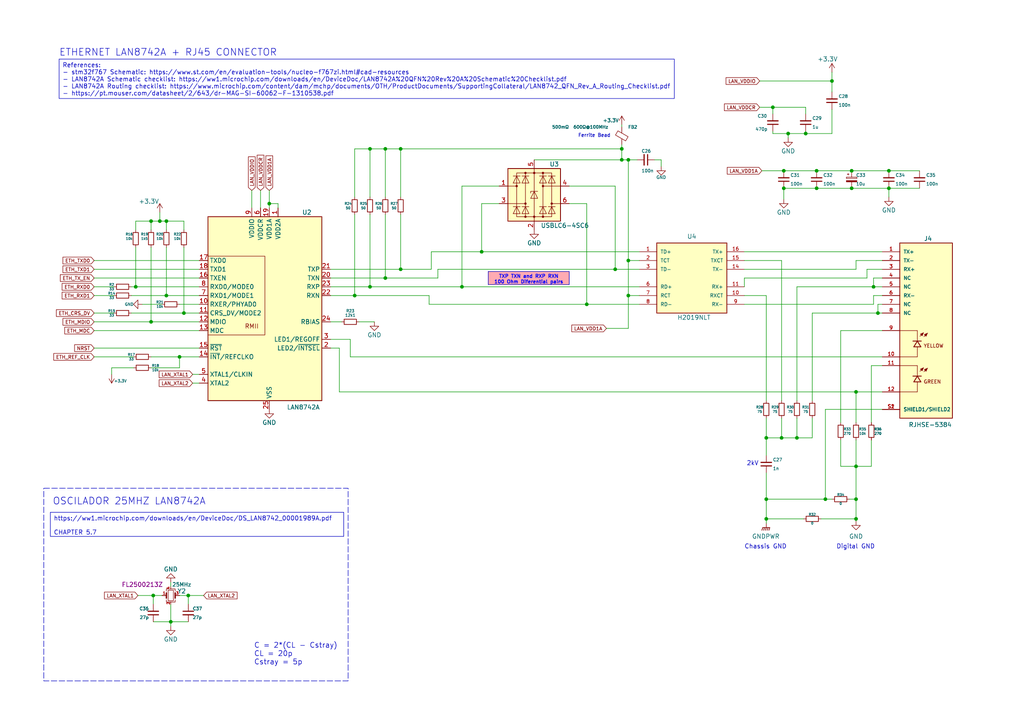
<source format=kicad_sch>
(kicad_sch (version 20250114) (generator "eeschema") (generator_version "9.0")
  (paper "A4")
  (title_block (title "STM32F7 KeyTestBox") (date "2023-08-17") (rev "V1.0") (company "Preh"))
  (lib_symbols
    (symbol "Device:C_Polarized_Small" (pin_numbers (hide yes)) (pin_names (offset 0.254) (hide yes))
      (property "Reference" "C" (at 0.254 1.778 0))
      (property "Value" "C_Polarized_Small" (at 0.254 -2.032 0))
      (symbol "C_Polarized_Small_0_1"
        (rectangle (start -1.524 0.6858) (end 1.524 0.3048))
        (rectangle (start -1.524 -0.3048) (end 1.524 -0.6858) (fill (type outline)))
        (polyline (pts (xy -1.27 1.524) (xy -0.762 1.524)))
        (polyline (pts (xy -1.016 1.27) (xy -1.016 1.778)))
      )
      (symbol "C_Polarized_Small_1_1"
        (pin passive line (at 0 2.54 270) (length 1.8542) (name "~") (number "1"))
        (pin passive line (at 0 -2.54 90) (length 1.8542) (name "~") (number "2"))
      )
    )
    (symbol "Device:C_Small" (pin_numbers (hide yes)) (pin_names (offset 0.254) (hide yes))
      (property "Reference" "C" (at 0.254 1.778 0))
      (property "Value" "C_Small" (at 0.254 -2.032 0))
      (symbol "C_Small_0_1"
        (polyline (pts (xy -1.524 0.508) (xy 1.524 0.508)) (stroke (width 0.3048)))
        (polyline (pts (xy -1.524 -0.508) (xy 1.524 -0.508)) (stroke (width 0.3302)))
      )
      (symbol "C_Small_1_1"
        (pin passive line (at 0 2.54 270) (length 2.032) (name "~") (number "1"))
        (pin passive line (at 0 -2.54 90) (length 2.032) (name "~") (number "2"))
      )
    )
    (symbol "Device:Crystal_GND24_Small" (pin_names (offset 1.016) (hide yes))
      (property "Reference" "Y" (at 1.27 4.445 0))
      (property "Value" "Crystal_GND24_Small" (at 1.27 2.54 0))
      (symbol "Crystal_GND24_Small_0_1"
        (polyline (pts (xy -1.27 1.27) (xy -1.27 1.905) (xy 1.27 1.905) (xy 1.27 1.27)))
        (polyline (pts (xy -1.27 -0.762) (xy -1.27 0.762)) (stroke (width 0.381)))
        (polyline (pts (xy -1.27 -1.27) (xy -1.27 -1.905) (xy 1.27 -1.905) (xy 1.27 -1.27)))
        (rectangle (start -0.762 -1.524) (end 0.762 1.524))
        (polyline (pts (xy 1.27 -0.762) (xy 1.27 0.762)) (stroke (width 0.381)))
      )
      (symbol "Crystal_GND24_Small_1_1"
        (pin passive line (at -2.54 0 0) (length 1.27) (name "1") (number "1"))
        (pin passive line (at 0 2.54 270) (length 0.635) (name "4") (number "4"))
        (pin passive line (at 0 -2.54 90) (length 0.635) (name "2") (number "2"))
        (pin passive line (at 2.54 0 180) (length 1.27) (name "3") (number "3"))
      )
    )
    (symbol "Device:FerriteBead_Small" (pin_numbers (hide yes)) (pin_names (offset 0))
      (property "Reference" "FB" (at 1.905 1.27 0))
      (property "Value" "FerriteBead_Small" (at 1.905 -1.27 0))
      (symbol "FerriteBead_Small_0_1"
        (polyline (pts (xy -1.8288 0.2794) (xy -1.1176 1.4986) (xy 1.8288 -0.2032) (xy 1.1176 -1.4224) (xy -1.8288 0.2794)))
        (polyline (pts (xy 0 0.889) (xy 0 1.2954)))
        (polyline (pts (xy 0 -1.27) (xy 0 -0.7874)))
      )
      (symbol "FerriteBead_Small_1_1"
        (pin passive line (at 0 2.54 270) (length 1.27) (name "~") (number "1"))
        (pin passive line (at 0 -2.54 90) (length 1.27) (name "~") (number "2"))
      )
    )
    (symbol "Device:R_Small" (pin_numbers (hide yes)) (pin_names (offset 0.254) (hide yes))
      (property "Reference" "R" (at 0.762 0.508 0))
      (property "Value" "R_Small" (at 0.762 -1.016 0))
      (symbol "R_Small_0_1"
        (rectangle (start -0.762 1.778) (end 0.762 -1.778) (stroke (width 0.2032)))
      )
      (symbol "R_Small_1_1"
        (pin passive line (at 0 2.54 270) (length 0.762) (name "~") (number "1"))
        (pin passive line (at 0 -2.54 90) (length 0.762) (name "~") (number "2"))
      )
    )
    (symbol "ETH_RJ45_RJHSE-5384:RJHSE-5384" (pin_names (offset 1.016))
      (property "Reference" "J5" (at -0.635 26.67 0))
      (property "Value" "RJHSE-5384" (at -5.08 -27.305 0))
      (symbol "RJHSE-5384_0_0"
        (rectangle (start -7.62 25.4) (end 7.62 -25.4) (stroke (width 0.254)) (fill (type background)))
        (polyline (pts (xy -2.54 0) (xy -7.62 0)) (stroke (width 0.1524)))
        (polyline (pts (xy -2.54 -2.921) (xy -2.54 0)) (stroke (width 0.1524)))
        (polyline (pts (xy -2.54 -3.048) (xy -3.81 -3.048)) (stroke (width 0.254)))
        (polyline (pts (xy -2.54 -3.048) (xy -3.556 -4.699)) (stroke (width 0.254)))
        (polyline (pts (xy -2.54 -7.62) (xy -7.62 -7.62)) (stroke (width 0.1524)))
        (polyline (pts (xy -2.54 -7.62) (xy -2.54 -4.826)) (stroke (width 0.1524)))
        (polyline (pts (xy -2.54 -10.16) (xy -7.62 -10.16)) (stroke (width 0.1524)))
        (polyline (pts (xy -2.54 -13.081) (xy -2.54 -10.16)) (stroke (width 0.1524)))
        (polyline (pts (xy -2.54 -13.208) (xy -3.81 -13.208)) (stroke (width 0.254)))
        (polyline (pts (xy -2.54 -13.208) (xy -3.556 -14.859)) (stroke (width 0.254)))
        (polyline (pts (xy -2.54 -17.78) (xy -7.62 -17.78)) (stroke (width 0.1524)))
        (polyline (pts (xy -2.54 -17.78) (xy -2.54 -14.986)) (stroke (width 0.1524)))
        (polyline (pts (xy -1.778 -1.651) (xy -0.762 -0.635)) (stroke (width 0.1524)))
        (polyline (pts (xy -1.778 -11.811) (xy -0.762 -10.795)) (stroke (width 0.1524)))
        (polyline (pts (xy -1.524 -4.699) (xy -3.556 -4.699)) (stroke (width 0.254)))
        (polyline (pts (xy -1.524 -4.699) (xy -2.54 -3.048)) (stroke (width 0.254)))
        (polyline (pts (xy -1.524 -14.859) (xy -3.556 -14.859)) (stroke (width 0.254)))
        (polyline (pts (xy -1.524 -14.859) (xy -2.54 -13.208)) (stroke (width 0.254)))
        (polyline (pts (xy -1.397 -3.048) (xy -2.54 -3.048)) (stroke (width 0.254)))
        (polyline (pts (xy -1.397 -13.208) (xy -2.54 -13.208)) (stroke (width 0.254)))
        (polyline (pts (xy -0.762 -0.635) (xy -1.651 -1.016) (xy -1.143 -1.524) (xy -0.762 -0.635)) (stroke (width 0.1524)) (fill (type outline)))
        (polyline (pts (xy -0.762 -10.795) (xy -1.651 -11.176) (xy -1.143 -11.684) (xy -0.762 -10.795)) (stroke (width 0.1524)) (fill (type outline)))
        (polyline (pts (xy -0.635 -1.778) (xy 0.381 -0.762)) (stroke (width 0.1524)))
        (polyline (pts (xy -0.635 -11.938) (xy 0.381 -10.922)) (stroke (width 0.1524)))
        (polyline (pts (xy 0.381 -0.762) (xy -0.508 -1.143) (xy 0 -1.651) (xy 0.381 -0.762)) (stroke (width 0.1524)) (fill (type outline)))
        (polyline (pts (xy 0.381 -10.922) (xy -0.508 -11.303) (xy 0 -11.811) (xy 0.381 -10.922)) (stroke (width 0.1524)) (fill (type outline)))
        (text "YELLOW" (at -0.762 -3.81 0) (effects (font (size 1.016 1.016)) (justify left top)))
        (text "GREEN" (at -0.762 -14.224 0) (effects (font (size 1.016 1.016)) (justify left top)))
        (pin passive line (at -12.7 0 0) (length 5.08) (name "~") (number "9"))
        (pin passive line (at -12.7 -7.62 0) (length 5.08) (name "~") (number "10"))
        (pin passive line (at -12.7 -10.16 0) (length 5.08) (name "~") (number "11"))
        (pin passive line (at -12.7 -17.78 0) (length 5.08) (name "~") (number "12"))
        (pin passive line (at -12.7 -22.86 0) (length 5.08) (name "SHIELD") (number "S2"))
      )
      (symbol "RJHSE-5384_1_0"
        (pin passive line (at -12.7 22.86 0) (length 5.08) (name "TX+") (number "1"))
        (pin passive line (at -12.7 20.32 0) (length 5.08) (name "TX-") (number "2"))
        (pin passive line (at -12.7 17.78 0) (length 5.08) (name "RX+") (number "3"))
        (pin passive line (at -12.7 15.24 0) (length 5.08) (name "NC") (number "4"))
        (pin passive line (at -12.7 12.7 0) (length 5.08) (name "NC") (number "5"))
        (pin passive line (at -12.7 10.16 0) (length 5.08) (name "RX-") (number "6"))
        (pin passive line (at -12.7 7.62 0) (length 5.08) (name "NC") (number "7"))
        (pin passive line (at -12.7 5.08 0) (length 5.08) (name "NC") (number "8"))
        (pin passive line (at -12.7 -22.86 0) (length 5.08) (name "SHIELD1/SHIELD2") (number "S1"))
      )
    )
    (symbol "H2019NLT:H2019NLT" (pin_names (offset 1.016))
      (property "Reference" "U" (at -10.16 11.43 0))
      (property "Value" "H2019NLT" (at -10.16 -12.7 0))
      (symbol "H2019NLT_0_0"
        (rectangle (start -10.16 -10.16) (end 10.16 10.16) (stroke (width 0.254)) (fill (type background)))
        (pin passive line (at -15.24 7.62 0) (length 5.08) (name "TD+") (number "1"))
        (pin passive line (at -15.24 5.08 0) (length 5.08) (name "TCT") (number "2"))
        (pin passive line (at -15.24 2.54 0) (length 5.08) (name "TD-") (number "3"))
        (pin passive line (at -15.24 -2.54 0) (length 5.08) (name "RD+") (number "6"))
        (pin passive line (at -15.24 -5.08 0) (length 5.08) (name "RCT") (number "7"))
        (pin passive line (at -15.24 -7.62 0) (length 5.08) (name "RD-") (number "8"))
        (pin passive line (at 15.24 7.62 180) (length 5.08) (name "TX+") (number "16"))
        (pin passive line (at 15.24 5.08 180) (length 5.08) (name "TXCT") (number "15"))
        (pin passive line (at 15.24 2.54 180) (length 5.08) (name "TX-") (number "14"))
        (pin passive line (at 15.24 -2.54 180) (length 5.08) (name "RX+") (number "11"))
        (pin passive line (at 15.24 -5.08 180) (length 5.08) (name "RXCT") (number "10"))
        (pin passive line (at 15.24 -7.62 180) (length 5.08) (name "RX-") (number "9"))
      )
    )
    (symbol "Interface_Ethernet:LAN8742A"
      (property "Reference" "U" (at -13.97 29.21 0))
      (property "Value" "LAN8742A" (at 15.24 29.21 0))
      (symbol "LAN8742A_0_0"
        (text "RMII" (at -5.08 -3.81 0) (effects (font (size 1.27 1.27))))
      )
      (symbol "LAN8742A_0_1"
        (rectangle (start -17.78 27.94) (end 15.24 -25.4) (stroke (width 0.254)) (fill (type background)))
        (polyline (pts (xy -17.78 -6.35) (xy -1.27 -6.35) (xy -1.27 16.51) (xy -17.78 16.51)))
      )
      (symbol "LAN8742A_1_1"
        (pin input line (at -20.32 15.24 0) (length 2.54) (name "TXD0") (number "17"))
        (pin input line (at -20.32 12.7 0) (length 2.54) (name "TXD1") (number "18"))
        (pin input line (at -20.32 10.16 0) (length 2.54) (name "TXEN") (number "16"))
        (pin bidirectional line (at -20.32 7.62 0) (length 2.54) (name "RXD0/MODE0") (number "8"))
        (pin bidirectional line (at -20.32 5.08 0) (length 2.54) (name "RXD1/MODE1") (number "7"))
        (pin output line (at -20.32 2.54 0) (length 2.54) (name "RXER/PHYAD0") (number "10"))
        (pin bidirectional line (at -20.32 0 0) (length 2.54) (name "CRS_DV/MODE2") (number "11"))
        (pin bidirectional line (at -20.32 -2.54 0) (length 2.54) (name "MDIO") (number "12"))
        (pin input line (at -20.32 -5.08 0) (length 2.54) (name "MDC") (number "13"))
        (pin input line (at -20.32 -10.16 0) (length 2.54) (name "~{RST}") (number "15"))
        (pin output line (at -20.32 -12.7 0) (length 2.54) (name "~{INT}/REFCLKO") (number "14"))
        (pin input line (at -20.32 -17.78 0) (length 2.54) (name "XTAL1/CLKIN") (number "5"))
        (pin output line (at -20.32 -20.32 0) (length 2.54) (name "XTAL2") (number "4"))
        (pin power_in line (at -5.08 30.48 270) (length 2.54) (name "VDDIO") (number "9"))
        (pin power_in line (at -2.54 30.48 270) (length 2.54) (name "VDDCR") (number "6"))
        (pin power_in line (at 0 30.48 270) (length 2.54) (name "VDD1A") (number "19"))
        (pin power_in line (at 0 -27.94 90) (length 2.54) (name "VSS") (number "25"))
        (pin power_in line (at 2.54 30.48 270) (length 2.54) (name "VDD2A") (number "1"))
        (pin passive line (at 17.78 12.7 180) (length 2.54) (name "TXP") (number "21"))
        (pin passive line (at 17.78 10.16 180) (length 2.54) (name "TXN") (number "20"))
        (pin passive line (at 17.78 7.62 180) (length 2.54) (name "RXP") (number "23"))
        (pin passive line (at 17.78 5.08 180) (length 2.54) (name "RXN") (number "22"))
        (pin passive line (at 17.78 -2.54 180) (length 2.54) (name "RBIAS") (number "24"))
        (pin bidirectional line (at 17.78 -7.62 180) (length 2.54) (name "LED1/REGOFF") (number "3"))
        (pin bidirectional line (at 17.78 -10.16 180) (length 2.54) (name "LED2/~{INTSEL}") (number "2"))
      )
    )
    (symbol "Power_Protection:USBLC6-4SC6" (pin_names (hide yes))
      (property "Reference" "U" (at 2.54 8.89 0))
      (property "Value" "USBLC6-4SC6" (at 2.54 -8.89 0))
      (symbol "USBLC6-4SC6_0_1"
        (rectangle (start -7.62 -7.62) (end 7.62 7.62) (stroke (width 0.254)) (fill (type background)))
        (polyline (pts (xy -6.096 3.429) (xy -4.064 3.429) (xy -5.08 5.461) (xy -6.096 3.429)))
        (polyline (pts (xy -6.096 -5.461) (xy -4.064 -5.461) (xy -5.08 -3.429) (xy -6.096 -5.461)))
        (circle (center -5.08 2.54) (radius 0.254) (fill (type outline)))
        (polyline (pts (xy -5.08 2.54) (xy -7.62 2.54)))
        (polyline (pts (xy -4.064 5.461) (xy -6.096 5.461)))
        (polyline (pts (xy -4.064 -3.429) (xy -6.096 -3.429)))
        (polyline (pts (xy -3.556 3.429) (xy -1.524 3.429) (xy -2.54 5.461) (xy -3.556 3.429)))
        (polyline (pts (xy -3.556 -5.461) (xy -1.524 -5.461) (xy -2.54 -3.429) (xy -3.556 -5.461)))
        (circle (center -2.54 6.35) (radius 0.254) (fill (type outline)))
        (rectangle (start -2.54 6.35) (end 2.54 -6.35))
        (polyline (pts (xy -2.54 6.35) (xy -5.08 6.35) (xy -5.08 -6.35) (xy -2.54 -6.35)))
        (circle (center -2.54 -2.54) (radius 0.254) (fill (type outline)))
        (polyline (pts (xy -2.54 -2.54) (xy -7.62 -2.54)))
        (circle (center -2.54 -6.35) (radius 0.254) (fill (type outline)))
        (polyline (pts (xy -1.524 5.461) (xy -3.556 5.461)))
        (polyline (pts (xy -1.524 -3.429) (xy -3.556 -3.429)))
        (polyline (pts (xy -1.016 -1.016) (xy 1.016 -1.016) (xy 0 1.016) (xy -1.016 -1.016)))
        (circle (center 0 6.35) (radius 0.254) (fill (type outline)))
        (polyline (pts (xy 0 6.35) (xy 0 7.62)))
        (polyline (pts (xy 0 1.27) (xy 0 6.35)))
        (polyline (pts (xy 0 -6.35) (xy 0 1.27)))
        (circle (center 0 -6.35) (radius 0.254) (fill (type outline)))
        (polyline (pts (xy 0 -7.62) (xy 0 -6.35)))
        (polyline (pts (xy 1.016 1.016) (xy 0.762 1.016) (xy -1.016 1.016) (xy -1.016 0.508)))
        (polyline (pts (xy 1.524 5.461) (xy 3.556 5.461)))
        (polyline (pts (xy 1.524 -3.429) (xy 3.556 -3.429)))
        (polyline (pts (xy 2.54 6.35) (xy 5.08 6.35) (xy 5.08 -6.35) (xy 2.54 -6.35)))
        (circle (center 2.54 6.35) (radius 0.254) (fill (type outline)))
        (polyline (pts (xy 2.54 2.54) (xy 7.62 2.54)))
        (circle (center 2.54 2.54) (radius 0.254) (fill (type outline)))
        (circle (center 2.54 -6.35) (radius 0.254) (fill (type outline)))
        (polyline (pts (xy 3.556 3.429) (xy 1.524 3.429) (xy 2.54 5.461) (xy 3.556 3.429)))
        (polyline (pts (xy 3.556 -5.461) (xy 1.524 -5.461) (xy 2.54 -3.429) (xy 3.556 -5.461)))
        (polyline (pts (xy 4.064 5.461) (xy 6.096 5.461)))
        (polyline (pts (xy 4.064 -3.429) (xy 6.096 -3.429)))
        (polyline (pts (xy 5.08 -2.54) (xy 7.62 -2.54)))
        (circle (center 5.08 -2.54) (radius 0.254) (fill (type outline)))
        (polyline (pts (xy 6.096 3.429) (xy 4.064 3.429) (xy 5.08 5.461) (xy 6.096 3.429)))
        (polyline (pts (xy 6.096 -5.461) (xy 4.064 -5.461) (xy 5.08 -3.429) (xy 6.096 -5.461)))
      )
      (symbol "USBLC6-4SC6_1_1"
        (pin passive line (at -10.16 2.54 0) (length 2.54) (name "I/O1") (number "1"))
        (pin passive line (at -10.16 -2.54 0) (length 2.54) (name "I/O2") (number "3"))
        (pin passive line (at 0 10.16 270) (length 2.54) (name "VBUS") (number "5"))
        (pin passive line (at 0 -10.16 90) (length 2.54) (name "GND") (number "2"))
        (pin passive line (at 10.16 2.54 180) (length 2.54) (name "I/O3") (number "4"))
        (pin passive line (at 10.16 -2.54 180) (length 2.54) (name "I/O4") (number "6"))
      )
    )
    (symbol "power:+3.3V" (power) (pin_names (offset 0))
      (property "Value" "+3.3V" (at 0 3.556 0))
      (symbol "+3.3V_0_1"
        (polyline (pts (xy -0.762 1.27) (xy 0 2.54)))
        (polyline (pts (xy 0 2.54) (xy 0.762 1.27)))
        (polyline (pts (xy 0 0) (xy 0 2.54)))
      )
      (symbol "+3.3V_1_1"
        (pin power_in line (at 0 0 90) (length 0) (hide yes) (name "+3.3V") (number "1"))
      )
    )
    (symbol "power:GND" (power) (pin_names (offset 0))
      (property "Value" "GND" (at 0 -3.81 0))
      (symbol "GND_0_1"
        (polyline (pts (xy 0 0) (xy 0 -1.27) (xy 1.27 -1.27) (xy 0 -2.54) (xy -1.27 -1.27) (xy 0 -1.27)))
      )
      (symbol "GND_1_1"
        (pin power_in line (at 0 0 270) (length 0) (hide yes) (name "GND") (number "1"))
      )
    )
    (symbol "power:GNDPWR" (power) (pin_names (offset 0))
      (property "Value" "GNDPWR" (at 0 -3.302 0))
      (symbol "GNDPWR_0_1"
        (polyline (pts (xy -1.016 -1.27) (xy -1.27 -2.032) (xy -1.27 -2.032)) (stroke (width 0.2032)))
        (polyline (pts (xy -0.508 -1.27) (xy -0.762 -2.032) (xy -0.762 -2.032)) (stroke (width 0.2032)))
        (polyline (pts (xy 0 -1.27) (xy 0 0)))
        (polyline (pts (xy 0 -1.27) (xy -0.254 -2.032) (xy -0.254 -2.032)) (stroke (width 0.2032)))
        (polyline (pts (xy 0.508 -1.27) (xy 0.254 -2.032) (xy 0.254 -2.032)) (stroke (width 0.2032)))
        (polyline (pts (xy 1.016 -1.27) (xy -1.016 -1.27) (xy -1.016 -1.27)) (stroke (width 0.2032)))
        (polyline (pts (xy 1.016 -1.27) (xy 0.762 -2.032) (xy 0.762 -2.032) (xy 0.762 -2.032)) (stroke (width 0.2032)))
      )
      (symbol "GNDPWR_1_1"
        (pin power_in line (at 0 0 270) (length 0) (hide yes) (name "GNDPWR") (number "1"))
      )
    )
  )
  (rectangle (start 12.7 141.605) (end 100.965 197.485) (stroke (width 0) (type dash)))
  (text "Ferrite Bead" (at 167.64 40.005 0) (effects (font (size 1 1)) (justify left bottom)))
  (text "2kV" (at 216.535 135.255 0) (effects (font (size 1.27 1.27)) (justify left bottom)))
  (text "C = 2*(CL - Cstray)\nCL = 20p\nCstray = 5p\n" (at 73.66 193.04 0) (effects (font (size 1.5 1.5)) (justify left bottom)))
  (text "Chassis GND" (at 215.9 159.385 0) (effects (font (size 1.27 1.27)) (justify left bottom)))
  (text "OSCILADOR 25MHZ LAN8742A\n" (at 15.24 146.685 0) (effects (font (size 2 2)) (justify left bottom)))
  (text "ETHERNET LAN8742A + RJ45 CONNECTOR\n" (at 17.145 16.51 0) (effects (font (size 2 2)) (justify left bottom)))
  (text "Digital GND" (at 242.57 159.385 0) (effects (font (size 1.27 1.27)) (justify left bottom)))
  (text_box "References:\n- stm32f767 Schematic: https://www.st.com/en/evaluation-tools/nucleo-f767zi.html#cad-resources\n- LAN8742A Schematic checklist: https://ww1.microchip.com/downloads/en/DeviceDoc/LAN8742A%20QFN%20Rev%20A%20Schematic%20Checklist.pdf\n- LAN8742A Routing checklist: https://www.microchip.com/content/dam/mchp/documents/OTH/ProductDocuments/SupportingCollateral/LAN8742_QFN_Rev_A_Routing_Checklist.pdf\n- https://pt.mouser.com/datasheet/2/643/dr-MAG-SI-60062-F-1310538.pdf" (at 17.145 17.145 0) (size 178.435 11.43) (margins 0.9525 0.9525 0.9525 0.9525) (effects (font (size 1.27 1.27)) (justify left top)))
  (text_box "TXP TXN and RXP RXN\n100 Ohm Diferential pairs" (at 141.605 78.74 0) (size 23.495 3.81) (margins 0.75 0.75 0.75 0.75) (fill (type color) (color 255 47 64 0.4)) (effects (font (size 1 1) (thickness 0.2) (bold yes)) (justify top)))
  (text_box "https://ww1.microchip.com/downloads/en/DeviceDoc/DS_LAN8742_00001989A.pdf\n\nCHAPTER 5.7" (at 14.605 148.59 0) (size 85.09 6.985) (margins 0.9525 0.9525 0.9525 0.9525) (effects (font (size 1.27 1.27)) (justify left top)))
  (junction (at 180.34 46.355))
  (junction (at 231.14 127))
  (junction (at 46.355 64.135))
  (junction (at 107.315 43.18))
  (junction (at 239.395 144.78))
  (junction (at 236.855 54.61))
  (junction (at 248.285 113.665))
  (junction (at 170.18 88.265))
  (junction (at 44.45 172.72))
  (junction (at 222.25 127))
  (junction (at 102.87 85.725))
  (junction (at 248.285 150.495))
  (junction (at 139.7 73.025))
  (junction (at 182.245 46.355))
  (junction (at 53.34 90.805))
  (junction (at 78.105 59.055))
  (junction (at 248.285 135.255))
  (junction (at 43.815 93.345))
  (junction (at 254.635 90.805))
  (junction (at 54.61 172.72))
  (junction (at 222.25 150.495))
  (junction (at 178.435 78.105))
  (junction (at 49.53 180.34))
  (junction (at 48.26 85.725))
  (junction (at 52.07 103.505))
  (junction (at 233.68 38.735))
  (junction (at 39.37 83.185))
  (junction (at 241.3 23.495))
  (junction (at 111.76 80.645))
  (junction (at 133.985 83.185))
  (junction (at 107.315 83.185))
  (junction (at 257.81 54.61))
  (junction (at 224.155 31.115))
  (junction (at 116.205 78.105))
  (junction (at 227.33 49.53))
  (junction (at 182.245 75.565))
  (junction (at 116.205 43.18))
  (junction (at 253.365 83.185))
  (junction (at 43.815 64.135))
  (junction (at 180.34 43.18))
  (junction (at 247.015 54.61))
  (junction (at 182.245 85.725))
  (junction (at 48.26 64.135))
  (junction (at 236.855 49.53))
  (junction (at 257.81 49.53))
  (junction (at 248.285 144.78))
  (junction (at 222.25 144.78))
  (junction (at 227.33 54.61))
  (junction (at 111.76 43.18))
  (junction (at 226.695 127))
  (junction (at 228.6 38.735))
  (junction (at 247.015 49.53))
  (wire (pts (xy 49.53 180.34) (xy 54.61 180.34)))
  (wire (pts (xy 178.435 78.105) (xy 185.42 78.105)))
  (wire (pts (xy 49.53 168.91) (xy 49.53 170.18)))
  (wire (pts (xy 39.37 71.755) (xy 39.37 83.185)))
  (wire (pts (xy 75.565 55.245) (xy 75.565 60.325)))
  (wire (pts (xy 247.015 49.53) (xy 257.81 49.53)))
  (wire (pts (xy 46.355 61.595) (xy 46.355 64.135)))
  (wire (pts (xy 39.37 66.675) (xy 39.37 64.135)))
  (wire (pts (xy 32.385 108.585) (xy 32.385 106.68)))
  (wire (pts (xy 224.155 38.735) (xy 228.6 38.735)))
  (wire (pts (xy 73.025 55.245) (xy 73.025 60.325)))
  (wire (pts (xy 248.285 75.565) (xy 255.905 75.565)))
  (wire (pts (xy 231.14 83.185) (xy 253.365 83.185)))
  (wire (pts (xy 241.3 23.495) (xy 241.3 20.955)))
  (wire (pts (xy 255.905 95.885) (xy 243.84 95.885)))
  (wire (pts (xy 38.1 85.725) (xy 48.26 85.725)))
  (wire (pts (xy 233.68 31.115) (xy 233.68 33.02)))
  (wire (pts (xy 248.285 144.78) (xy 248.285 150.495)))
  (wire (pts (xy 241.3 38.735) (xy 233.68 38.735)))
  (wire (pts (xy 215.9 85.725) (xy 222.25 85.725)))
  (wire (pts (xy 248.285 78.105) (xy 248.285 75.565)))
  (wire (pts (xy 48.26 85.725) (xy 57.785 85.725)))
  (wire (pts (xy 80.645 59.055) (xy 80.645 60.325)))
  (wire (pts (xy 252.73 127.635) (xy 252.73 135.255)))
  (wire (pts (xy 239.395 144.78) (xy 241.3 144.78)))
  (wire (pts (xy 255.905 88.265) (xy 254.635 88.265)))
  (wire (pts (xy 254.635 90.805) (xy 235.585 90.805)))
  (wire (pts (xy 27.305 80.645) (xy 57.785 80.645)))
  (wire (pts (xy 27.305 95.885) (xy 57.785 95.885)))
  (wire (pts (xy 124.46 88.265) (xy 170.18 88.265)))
  (wire (pts (xy 251.46 80.645) (xy 251.46 78.105)))
  (wire (pts (xy 239.395 144.78) (xy 222.25 144.78)))
  (wire (pts (xy 48.26 64.135) (xy 48.26 66.675)))
  (wire (pts (xy 215.9 80.645) (xy 251.46 80.645)))
  (wire (pts (xy 226.695 127) (xy 231.14 127)))
  (wire (pts (xy 27.305 85.725) (xy 33.02 85.725)))
  (wire (pts (xy 95.885 85.725) (xy 102.87 85.725)))
  (wire (pts (xy 53.34 66.675) (xy 53.34 64.135)))
  (wire (pts (xy 255.905 113.665) (xy 248.285 113.665)))
  (wire (pts (xy 243.84 135.255) (xy 248.285 135.255)))
  (wire (pts (xy 222.25 144.78) (xy 222.25 150.495)))
  (wire (pts (xy 124.46 85.725) (xy 124.46 88.265)))
  (wire (pts (xy 39.37 64.135) (xy 43.815 64.135)))
  (wire (pts (xy 116.205 43.18) (xy 180.34 43.18)))
  (wire (pts (xy 220.345 31.115) (xy 224.155 31.115)))
  (wire (pts (xy 182.245 75.565) (xy 182.245 46.355)))
  (wire (pts (xy 180.34 46.355) (xy 182.245 46.355)))
  (wire (pts (xy 251.46 78.105) (xy 255.905 78.105)))
  (wire (pts (xy 41.275 88.265) (xy 46.99 88.265)))
  (wire (pts (xy 40.005 172.72) (xy 44.45 172.72)))
  (wire (pts (xy 95.885 83.185) (xy 107.315 83.185)))
  (wire (pts (xy 235.585 121.285) (xy 235.585 127)))
  (wire (pts (xy 170.18 59.055) (xy 170.18 88.265)))
  (wire (pts (xy 182.245 46.355) (xy 184.785 46.355)))
  (wire (pts (xy 32.385 106.68) (xy 38.735 106.68)))
  (wire (pts (xy 175.895 95.25) (xy 182.245 95.25)))
  (wire (pts (xy 215.9 73.025) (xy 255.905 73.025)))
  (wire (pts (xy 222.25 137.16) (xy 222.25 144.78)))
  (wire (pts (xy 180.34 46.355) (xy 180.34 43.18)))
  (wire (pts (xy 144.78 59.055) (xy 139.7 59.055)))
  (wire (pts (xy 239.395 118.745) (xy 239.395 144.78)))
  (wire (pts (xy 257.81 49.53) (xy 266.7 49.53)))
  (wire (pts (xy 241.3 23.495) (xy 241.3 26.67)))
  (wire (pts (xy 226.695 121.285) (xy 226.695 127)))
  (wire (pts (xy 27.305 103.505) (xy 38.735 103.505)))
  (wire (pts (xy 255.905 103.505) (xy 101.6 103.505)))
  (wire (pts (xy 233.68 38.735) (xy 233.68 38.1)))
  (wire (pts (xy 49.53 175.26) (xy 49.53 180.34)))
  (wire (pts (xy 231.14 121.285) (xy 231.14 127)))
  (wire (pts (xy 43.815 103.505) (xy 52.07 103.505)))
  (wire (pts (xy 144.78 53.975) (xy 133.985 53.975)))
  (wire (pts (xy 27.305 78.105) (xy 57.785 78.105)))
  (wire (pts (xy 139.7 73.025) (xy 185.42 73.025)))
  (wire (pts (xy 54.61 172.72) (xy 59.055 172.72)))
  (wire (pts (xy 39.37 83.185) (xy 38.1 83.185)))
  (wire (pts (xy 53.34 71.755) (xy 53.34 90.805)))
  (wire (pts (xy 257.81 54.61) (xy 257.81 57.15)))
  (wire (pts (xy 222.25 150.495) (xy 233.045 150.495)))
  (wire (pts (xy 52.07 103.505) (xy 57.785 103.505)))
  (wire (pts (xy 127 80.645) (xy 127 78.105)))
  (wire (pts (xy 231.14 83.185) (xy 231.14 116.205)))
  (wire (pts (xy 95.885 78.105) (xy 116.205 78.105)))
  (wire (pts (xy 46.355 64.135) (xy 48.26 64.135)))
  (wire (pts (xy 52.07 106.68) (xy 52.07 103.505)))
  (wire (pts (xy 54.61 172.72) (xy 54.61 175.26)))
  (wire (pts (xy 102.87 62.23) (xy 102.87 85.725)))
  (wire (pts (xy 191.77 46.355) (xy 189.865 46.355)))
  (wire (pts (xy 248.285 135.255) (xy 248.285 144.78)))
  (wire (pts (xy 44.45 172.72) (xy 46.99 172.72)))
  (wire (pts (xy 243.84 127.635) (xy 243.84 135.255)))
  (wire (pts (xy 78.105 55.245) (xy 78.105 59.055)))
  (wire (pts (xy 236.855 54.61) (xy 247.015 54.61)))
  (wire (pts (xy 241.3 31.75) (xy 241.3 38.735)))
  (wire (pts (xy 78.105 59.055) (xy 80.645 59.055)))
  (wire (pts (xy 215.9 75.565) (xy 226.695 75.565)))
  (wire (pts (xy 215.9 80.645) (xy 215.9 83.185)))
  (wire (pts (xy 254.635 88.265) (xy 254.635 90.805)))
  (wire (pts (xy 178.435 53.975) (xy 178.435 78.105)))
  (wire (pts (xy 43.815 71.755) (xy 43.815 93.345)))
  (wire (pts (xy 102.87 85.725) (xy 124.46 85.725)))
  (wire (pts (xy 224.155 31.115) (xy 233.68 31.115)))
  (wire (pts (xy 252.73 106.045) (xy 252.73 122.555)))
  (wire (pts (xy 255.905 80.645) (xy 253.365 80.645)))
  (wire (pts (xy 253.365 83.185) (xy 255.905 83.185)))
  (wire (pts (xy 95.885 93.345) (xy 99.06 93.345)))
  (wire (pts (xy 253.365 85.725) (xy 255.905 85.725)))
  (wire (pts (xy 248.285 135.255) (xy 252.73 135.255)))
  (wire (pts (xy 180.34 41.91) (xy 180.34 43.18)))
  (wire (pts (xy 227.33 54.61) (xy 227.33 57.785)))
  (wire (pts (xy 107.315 62.23) (xy 107.315 83.185)))
  (wire (pts (xy 107.315 43.18) (xy 102.87 43.18)))
  (wire (pts (xy 180.34 36.195) (xy 180.34 36.83)))
  (wire (pts (xy 111.76 80.645) (xy 127 80.645)))
  (wire (pts (xy 222.25 85.725) (xy 222.25 116.205)))
  (wire (pts (xy 102.87 43.18) (xy 102.87 57.15)))
  (wire (pts (xy 116.205 78.105) (xy 125.095 78.105)))
  (wire (pts (xy 78.105 59.055) (xy 78.105 60.325)))
  (wire (pts (xy 98.425 113.665) (xy 98.425 100.965)))
  (wire (pts (xy 95.885 80.645) (xy 111.76 80.645)))
  (wire (pts (xy 104.14 93.345) (xy 108.585 93.345)))
  (wire (pts (xy 116.205 62.23) (xy 116.205 78.105)))
  (wire (pts (xy 52.07 88.265) (xy 57.785 88.265)))
  (wire (pts (xy 165.1 53.975) (xy 178.435 53.975)))
  (wire (pts (xy 236.855 49.53) (xy 247.015 49.53)))
  (wire (pts (xy 139.7 73.025) (xy 125.095 73.025)))
  (wire (pts (xy 101.6 103.505) (xy 101.6 98.425)))
  (wire (pts (xy 215.9 88.265) (xy 253.365 88.265)))
  (wire (pts (xy 127 78.105) (xy 178.435 78.105)))
  (wire (pts (xy 38.1 90.805) (xy 53.34 90.805)))
  (wire (pts (xy 248.285 150.495) (xy 248.285 151.13)))
  (wire (pts (xy 255.905 118.745) (xy 239.395 118.745)))
  (wire (pts (xy 226.695 75.565) (xy 226.695 116.205)))
  (wire (pts (xy 27.305 100.965) (xy 57.785 100.965)))
  (wire (pts (xy 111.76 43.18) (xy 107.315 43.18)))
  (wire (pts (xy 98.425 100.965) (xy 95.885 100.965)))
  (wire (pts (xy 44.45 175.26) (xy 44.45 172.72)))
  (wire (pts (xy 182.245 95.25) (xy 182.245 85.725)))
  (wire (pts (xy 222.25 121.285) (xy 222.25 127)))
  (wire (pts (xy 228.6 38.735) (xy 228.6 40.005)))
  (wire (pts (xy 116.205 43.18) (xy 111.76 43.18)))
  (wire (pts (xy 253.365 80.645) (xy 253.365 83.185)))
  (wire (pts (xy 133.985 83.185) (xy 185.42 83.185)))
  (wire (pts (xy 255.905 90.805) (xy 254.635 90.805)))
  (wire (pts (xy 27.305 83.185) (xy 33.02 83.185)))
  (wire (pts (xy 224.155 31.115) (xy 224.155 33.02)))
  (wire (pts (xy 220.345 23.495) (xy 241.3 23.495)))
  (wire (pts (xy 227.33 54.61) (xy 236.855 54.61)))
  (wire (pts (xy 53.34 90.805) (xy 57.785 90.805)))
  (wire (pts (xy 53.34 64.135) (xy 48.26 64.135)))
  (wire (pts (xy 139.7 59.055) (xy 139.7 73.025)))
  (wire (pts (xy 220.98 49.53) (xy 227.33 49.53)))
  (wire (pts (xy 125.095 73.025) (xy 125.095 78.105)))
  (wire (pts (xy 116.205 43.18) (xy 116.205 57.15)))
  (wire (pts (xy 39.37 83.185) (xy 57.785 83.185)))
  (wire (pts (xy 170.18 88.265) (xy 185.42 88.265)))
  (wire (pts (xy 182.245 75.565) (xy 185.42 75.565)))
  (wire (pts (xy 215.9 78.105) (xy 248.285 78.105)))
  (wire (pts (xy 235.585 127) (xy 231.14 127)))
  (wire (pts (xy 191.77 48.26) (xy 191.77 46.355)))
  (wire (pts (xy 255.905 106.045) (xy 252.73 106.045)))
  (wire (pts (xy 43.815 93.345) (xy 57.785 93.345)))
  (wire (pts (xy 133.985 53.975) (xy 133.985 83.185)))
  (wire (pts (xy 55.88 111.125) (xy 57.785 111.125)))
  (wire (pts (xy 48.26 71.755) (xy 48.26 85.725)))
  (wire (pts (xy 222.25 127) (xy 222.25 132.08)))
  (wire (pts (xy 27.305 93.345) (xy 43.815 93.345)))
  (wire (pts (xy 248.285 113.665) (xy 248.285 122.555)))
  (wire (pts (xy 165.1 59.055) (xy 170.18 59.055)))
  (wire (pts (xy 107.315 83.185) (xy 133.985 83.185)))
  (wire (pts (xy 253.365 85.725) (xy 253.365 88.265)))
  (wire (pts (xy 43.815 66.675) (xy 43.815 64.135)))
  (wire (pts (xy 27.305 90.805) (xy 33.02 90.805)))
  (wire (pts (xy 43.815 106.68) (xy 52.07 106.68)))
  (wire (pts (xy 246.38 144.78) (xy 248.285 144.78)))
  (wire (pts (xy 154.94 46.355) (xy 180.34 46.355)))
  (wire (pts (xy 235.585 90.805) (xy 235.585 116.205)))
  (wire (pts (xy 227.33 49.53) (xy 236.855 49.53)))
  (wire (pts (xy 233.68 38.735) (xy 228.6 38.735)))
  (wire (pts (xy 107.315 43.18) (xy 107.315 57.15)))
  (wire (pts (xy 111.76 62.23) (xy 111.76 80.645)))
  (wire (pts (xy 43.815 64.135) (xy 46.355 64.135)))
  (wire (pts (xy 101.6 98.425) (xy 95.885 98.425)))
  (wire (pts (xy 52.07 172.72) (xy 54.61 172.72)))
  (wire (pts (xy 44.45 180.34) (xy 49.53 180.34)))
  (wire (pts (xy 49.53 181.61) (xy 49.53 180.34)))
  (wire (pts (xy 243.84 95.885) (xy 243.84 122.555)))
  (wire (pts (xy 111.76 43.18) (xy 111.76 57.15)))
  (wire (pts (xy 238.125 150.495) (xy 248.285 150.495)))
  (wire (pts (xy 224.155 38.735) (xy 224.155 38.1)))
  (wire (pts (xy 182.245 85.725) (xy 185.42 85.725)))
  (wire (pts (xy 257.81 54.61) (xy 266.7 54.61)))
  (wire (pts (xy 248.285 127.635) (xy 248.285 135.255)))
  (wire (pts (xy 27.305 75.565) (xy 57.785 75.565)))
  (wire (pts (xy 247.015 54.61) (xy 257.81 54.61)))
  (wire (pts (xy 182.245 85.725) (xy 182.245 75.565)))
  (wire (pts (xy 222.25 127) (xy 226.695 127)))
  (wire (pts (xy 222.25 150.495) (xy 222.25 151.765)))
  (wire (pts (xy 248.285 113.665) (xy 98.425 113.665)))
  (wire (pts (xy 55.88 108.585) (xy 57.785 108.585)))
  (global_label "ETH_MDC" (shape input) (at 27.305 95.885 180) (effects (font (size 1 1))) (property "Intersheetrefs" "${INTERSHEET_REFS}" (effects (hide yes))))
  (global_label "NRST" (shape input) (at 27.305 100.965 180) (effects (font (size 1 1))) (property "Intersheetrefs" "${INTERSHEET_REFS}" (effects (hide yes))))
  (global_label "ETH_RXD0" (shape input) (at 27.305 83.185 180) (effects (font (size 1 1))) (property "Intersheetrefs" "${INTERSHEET_REFS}" (effects (hide yes))))
  (global_label "LAN_VDD1A" (shape input) (at 175.895 95.25 180) (effects (font (size 1 1))) (property "Intersheetrefs" "${INTERSHEET_REFS}" (effects (hide yes))))
  (global_label "ETH_RXD1" (shape input) (at 27.305 85.725 180) (effects (font (size 1 1))) (property "Intersheetrefs" "${INTERSHEET_REFS}" (effects (hide yes))))
  (global_label "ETH_TXD0" (shape input) (at 27.305 75.565 180) (effects (font (size 1 1))) (property "Intersheetrefs" "${INTERSHEET_REFS}" (effects (hide yes))))
  (global_label "LAN_VDDCR" (shape input) (at 220.345 31.115 180) (effects (font (size 1 1))) (property "Intersheetrefs" "${INTERSHEET_REFS}" (effects (hide yes))))
  (global_label "LAN_XTAL1" (shape input) (at 55.88 108.585 180) (effects (font (size 1 1))) (property "Intersheetrefs" "${INTERSHEET_REFS}" (effects (hide yes))))
  (global_label "LAN_VDDCR" (shape input) (at 75.565 55.245 90) (effects (font (size 1 1))) (property "Intersheetrefs" "${INTERSHEET_REFS}" (effects (hide yes))))
  (global_label "ETH_TXD1" (shape input) (at 27.305 78.105 180) (effects (font (size 1 1))) (property "Intersheetrefs" "${INTERSHEET_REFS}" (effects (hide yes))))
  (global_label "ETH_MDIO" (shape input) (at 27.305 93.345 180) (effects (font (size 1 1))) (property "Intersheetrefs" "${INTERSHEET_REFS}" (effects (hide yes))))
  (global_label "LAN_XTAL1" (shape input) (at 40.005 172.72 180) (effects (font (size 1 1))) (property "Intersheetrefs" "${INTERSHEET_REFS}" (effects (hide yes))))
  (global_label "ETH_TX_EN" (shape input) (at 27.305 80.645 180) (effects (font (size 1 1))) (property "Intersheetrefs" "${INTERSHEET_REFS}" (effects (hide yes))))
  (global_label "LAN_XTAL2" (shape input) (at 59.055 172.72 0) (effects (font (size 1 1))) (property "Intersheetrefs" "${INTERSHEET_REFS}" (effects (hide yes))))
  (global_label "LAN_XTAL2" (shape input) (at 55.88 111.125 180) (effects (font (size 1 1))) (property "Intersheetrefs" "${INTERSHEET_REFS}" (effects (hide yes))))
  (global_label "LAN_VDD1A" (shape input) (at 78.105 55.245 90) (effects (font (size 1 1))) (property "Intersheetrefs" "${INTERSHEET_REFS}" (effects (hide yes))))
  (global_label "ETH_CRS_DV" (shape input) (at 27.305 90.805 180) (effects (font (size 1 1))) (property "Intersheetrefs" "${INTERSHEET_REFS}" (effects (hide yes))))
  (global_label "LAN_VDDIO" (shape input) (at 220.345 23.495 180) (effects (font (size 1 1))) (property "Intersheetrefs" "${INTERSHEET_REFS}" (effects (hide yes))))
  (global_label "ETH_REF_CLK" (shape input) (at 27.305 103.505 180) (effects (font (size 1 1))) (property "Intersheetrefs" "${INTERSHEET_REFS}" (effects (hide yes))))
  (global_label "LAN_VDD1A" (shape input) (at 220.98 49.53 180) (effects (font (size 1 1))) (property "Intersheetrefs" "${INTERSHEET_REFS}" (effects (hide yes))))
  (global_label "LAN_VDDIO" (shape input) (at 73.025 55.245 90) (effects (font (size 1 1))) (property "Intersheetrefs" "${INTERSHEET_REFS}" (effects (hide yes))))
  (symbol (lib_id "Device:C_Small") (at 266.7 52.07 180) (unit 1)
    (property "Reference" "C35" (at 268.605 50.8 0) (effects (font (size 0.9 0.9)) (justify right)))
    (property "Value" "100n" (at 268.605 53.34 0) (effects (font (size 0.9 0.9)) (justify right)))
  )
  (symbol (lib_id "Device:C_Small") (at 227.33 52.07 180) (unit 1)
    (property "Reference" "C31" (at 229.235 50.8 0) (effects (font (size 0.9 0.9)) (justify right)))
    (property "Value" "100n" (at 229.235 53.34 0) (effects (font (size 0.9 0.9)) (justify right)))
  )
  (symbol (lib_id "power:GND") (at 108.585 93.345 0) (unit 1)
    (property "Reference" "#PWR043" (effects (hide yes)))
    (property "Value" "GND" (at 108.585 97.155 0))
  )
  (symbol (lib_id "Device:R_Small") (at 53.34 69.215 180) (unit 1)
    (property "Reference" "R22" (at 51.435 67.945 0) (effects (font (size 0.7 0.7))))
    (property "Value" "10k" (at 51.435 69.215 0) (effects (font (size 0.7 0.7))))
  )
  (symbol (lib_id "power:GND") (at 154.94 66.675 0) (unit 1)
    (property "Reference" "#PWR044" (effects (hide yes)))
    (property "Value" "GND" (at 154.94 70.485 0))
  )
  (symbol (lib_id "power:+3.3V") (at 32.385 108.585 180) (unit 1)
    (property "Reference" "#PWR013" (effects (hide yes)))
    (property "Value" "+3.3V" (at 34.925 110.49 0) (effects (font (size 0.8 0.8))))
  )
  (symbol (lib_id "Device:C_Small") (at 187.325 46.355 270) (unit 1)
    (property "Reference" "C26" (at 186.055 43.815 90) (effects (font (size 0.9 0.9)) (justify left)))
    (property "Value" "100n" (at 186.055 49.53 90) (effects (font (size 0.9 0.9)) (justify left)))
  )
  (symbol (lib_id "Device:FerriteBead_Small") (at 180.34 39.37 180) (unit 1)
    (property "Reference" "FB2" (at 183.515 36.83 0) (effects (font (size 0.9 0.9))))
    (property "Value" "500mΩ  600Ω@100MHz" (at 168.275 36.83 0) (effects (font (size 0.9 0.9))))
  )
  (symbol (lib_id "Device:R_Small") (at 49.53 88.265 270) (unit 1)
    (property "Reference" "R21" (at 46.355 87.63 90) (effects (font (size 0.7 0.7))))
    (property "Value" "10k" (at 46.355 88.9 90) (effects (font (size 0.7 0.7))))
  )
  (symbol (lib_id "Device:C_Small") (at 236.855 52.07 180) (unit 1)
    (property "Reference" "C32" (at 238.76 50.8 0) (effects (font (size 0.9 0.9)) (justify right)))
    (property "Value" "100n" (at 238.76 53.34 0) (effects (font (size 0.9 0.9)) (justify right)))
  )
  (symbol (lib_id "power:GND") (at 257.81 57.15 0) (unit 1)
    (property "Reference" "#PWR052" (effects (hide yes)))
    (property "Value" "GND" (at 257.81 60.96 0))
  )
  (symbol (lib_id "Device:C_Small") (at 44.45 177.8 180) (unit 1)
    (property "Reference" "C36" (at 43.18 176.53 0) (effects (font (size 0.9 0.9)) (justify left)))
    (property "Value" "27p" (at 43.18 179.07 0) (effects (font (size 0.9 0.9)) (justify left)))
  )
  (symbol (lib_id "power:GND") (at 49.53 168.91 180) (unit 1)
    (property "Reference" "#PWR055" (effects (hide yes)))
    (property "Value" "GND" (at 49.53 165.1 0))
  )
  (symbol (lib_id "power:GND") (at 41.275 88.265 270) (unit 1)
    (property "Reference" "#PWR040" (effects (hide yes)))
    (property "Value" "GND" (at 37.465 88.265 90) (effects (font (size 0.8 0.8))))
  )
  (symbol (lib_id "Device:R_Small") (at 235.585 150.495 270) (unit 1)
    (property "Reference" "R32" (at 235.585 149.225 90) (effects (font (size 0.7 0.7))))
    (property "Value" "0" (at 235.585 151.765 90) (effects (font (size 0.7 0.7))))
  )
  (symbol (lib_id "Device:R_Small") (at 41.275 103.505 90) (unit 1)
    (property "Reference" "R17" (at 38.1 102.87 90) (effects (font (size 0.7 0.7))))
    (property "Value" "33" (at 38.1 104.14 90) (effects (font (size 0.7 0.7))))
  )
  (symbol (lib_id "Device:C_Small") (at 241.3 29.21 180) (unit 1)
    (property "Reference" "C28" (at 243.205 27.94 0) (effects (font (size 0.9 0.9)) (justify right)))
    (property "Value" "100n" (at 243.205 30.48 0) (effects (font (size 0.9 0.9)) (justify right)))
  )
  (symbol (lib_id "Device:R_Small") (at 35.56 90.805 90) (unit 1)
    (property "Reference" "R15" (at 32.385 90.17 90) (effects (font (size 0.7 0.7))))
    (property "Value" "33" (at 32.385 91.44 90) (effects (font (size 0.7 0.7))))
  )
  (symbol (lib_id "Power_Protection:USBLC6-4SC6") (at 154.94 56.515 0) (unit 1)
    (property "Reference" "U3" (at 159.385 47.625 0) (effects (justify left)))
    (property "Value" "USBLC6-4SC6" (at 156.845 65.405 0) (effects (justify left)))
    (property "Footprint" "Package_TO_SOT_SMD:SOT-23-6" (effects (hide yes)))
    (property "Datasheet" "https://www.st.com/resource/en/datasheet/usblc6-4.pdf" (effects (hide yes)))
  )
  (symbol (lib_id "power:+3.3V") (at 241.3 20.955 0) (unit 1)
    (property "Reference" "#PWR049" (effects (hide yes)))
    (property "Value" "+3.3V" (at 240.03 17.145 0))
  )
  (symbol (lib_id "Device:C_Small") (at 54.61 177.8 0) (unit 1)
    (property "Reference" "C37" (at 55.88 176.53 0) (effects (font (size 0.9 0.9)) (justify left)))
    (property "Value" "27p" (at 55.88 179.07 0) (effects (font (size 0.9 0.9)) (justify left)))
  )
  (symbol (lib_id "Device:R_Small") (at 39.37 69.215 180) (unit 1)
    (property "Reference" "R16" (at 37.465 67.945 0) (effects (font (size 0.7 0.7))))
    (property "Value" "10k" (at 37.465 69.215 0) (effects (font (size 0.7 0.7))))
  )
  (symbol (lib_id "Device:R_Small") (at 248.285 125.095 180) (unit 1)
    (property "Reference" "R35" (at 250.19 124.46 0) (effects (font (size 0.7 0.7))))
    (property "Value" "10k" (at 250.19 125.73 0) (effects (font (size 0.7 0.7))))
  )
  (symbol (lib_id "power:+3.3V") (at 180.34 36.195 0) (unit 1)
    (property "Reference" "#PWR045" (effects (hide yes)))
    (property "Value" "+3.3V" (at 177.165 34.925 0) (effects (font (size 1 1))))
  )
  (symbol (lib_id "Device:R_Small") (at 43.815 69.215 180) (unit 1)
    (property "Reference" "R19" (at 41.91 67.945 0) (effects (font (size 0.7 0.7))))
    (property "Value" "1k5" (at 41.91 69.215 0) (effects (font (size 0.7 0.7))))
  )
  (symbol (lib_id "power:GNDPWR") (at 222.25 151.765 0) (unit 1)
    (property "Reference" "#PWR047" (effects (hide yes)))
    (property "Value" "GNDPWR" (at 222.123 155.575 0))
  )
  (symbol (lib_id "H2019NLT:H2019NLT") (at 200.66 80.645 0) (unit 1)
    (property "Reference" "U4" (at 200.66 68.58 0))
    (property "Value" "H2019NLT" (at 201.295 92.075 0))
    (property "Footprint" "SOIC127P940X622-16N" (effects (hide yes)))
    (property "Description" "\n- Isolation and Data Interface (Encapsulated) Pulse Transformer 1CT:1CT Surface Mount\n" (effects (hide yes)))
    (property "MF" "Pulse Electronics" (effects (hide yes)))
    (property "Package" "None" (effects (hide yes)))
    (property "Price" "None" (effects (hide yes)))
    (property "Check_prices" "https://www.snapeda.com/parts/H2019NLT/Pulse+Electronics+Network/view-part/?ref=eda" (effects (hide yes)))
    (property "STANDARD" "IPC-7351B" (effects (hide yes)))
    (property "PARTREV" "A" (effects (hide yes)))
    (property "SnapEDA_Link" "https://www.snapeda.com/parts/H2019NLT/Pulse+Electronics+Network/view-part/?ref=snap" (effects (hide yes)))
    (property "MP" "H2019NLT" (effects (hide yes)))
    (property "Purchase-URL" "https://pricing.snapeda.com/search?q=H2019NLT&ref=eda" (effects (hide yes)))
    (property "Availability" "In Stock" (effects (hide yes)))
    (property "MANUFACTURER" "Pulse Electronics" (effects (hide yes)))
  )
  (symbol (lib_id "Device:R_Small") (at 116.205 59.69 180) (unit 1)
    (property "Reference" "R27" (at 114.3 59.055 0) (effects (font (size 0.7 0.7))))
    (property "Value" "50" (at 114.3 60.325 0) (effects (font (size 0.7 0.7))))
  )
  (symbol (lib_id "Device:R_Small") (at 107.315 59.69 180) (unit 1)
    (property "Reference" "R25" (at 105.41 59.055 0) (effects (font (size 0.7 0.7))))
    (property "Value" "50" (at 105.41 60.325 0) (effects (font (size 0.7 0.7))))
  )
  (symbol (lib_id "Device:C_Small") (at 233.68 35.56 180) (unit 1)
    (property "Reference" "C29" (at 235.585 34.29 0) (effects (font (size 0.9 0.9)) (justify right)))
    (property "Value" "1u" (at 235.585 36.83 0) (effects (font (size 0.9 0.9)) (justify right)))
  )
  (symbol (lib_id "power:GND") (at 227.33 57.785 0) (unit 1)
    (property "Reference" "#PWR051" (effects (hide yes)))
    (property "Value" "GND" (at 227.33 61.595 0))
  )
  (symbol (lib_id "power:GND") (at 191.77 48.26 0) (unit 1)
    (property "Reference" "#PWR046" (effects (hide yes)))
    (property "Value" "GND" (at 191.77 51.435 0) (effects (font (size 0.9 0.9))))
  )
  (symbol (lib_id "Device:R_Small") (at 111.76 59.69 180) (unit 1)
    (property "Reference" "R26" (at 109.855 59.055 0) (effects (font (size 0.7 0.7))))
    (property "Value" "50" (at 109.855 60.325 0) (effects (font (size 0.7 0.7))))
  )
  (symbol (lib_id "Device:R_Small") (at 222.25 118.745 180) (unit 1)
    (property "Reference" "R28" (at 220.345 118.11 0) (effects (font (size 0.7 0.7))))
    (property "Value" "75" (at 220.345 119.38 0) (effects (font (size 0.7 0.7))))
  )
  (symbol (lib_id "Device:R_Small") (at 231.14 118.745 180) (unit 1)
    (property "Reference" "R30" (at 229.235 118.11 0) (effects (font (size 0.7 0.7))))
    (property "Value" "75" (at 229.235 119.38 0) (effects (font (size 0.7 0.7))))
  )
  (symbol (lib_id "Device:C_Polarized_Small") (at 247.015 52.07 0) (unit 1)
    (property "Reference" "C33" (at 248.285 50.8 0) (effects (font (size 0.9 0.9)) (justify left)))
    (property "Value" "10u" (at 248.285 53.34 0) (effects (font (size 0.9 0.9)) (justify left)))
  )
  (symbol (lib_id "ETH_RJ45_RJHSE-5384:RJHSE-5384") (at 268.605 95.885 0) (unit 1)
    (property "Reference" "J4" (at 267.97 69.215 0) (effects (justify left)))
    (property "Value" "RJHSE-5384" (at 263.525 123.19 0) (effects (justify left)))
    (property "Footprint" "ETH_RJ45_RJHSE-5384:AMPHENOL_RJHSE-5384" (effects (hide yes)))
    (property "Description" "\nconnector, mod jack,rt angle pcb,shielded,led1-n,led2-n,single port,rj-45 | Amphenol Commercial (Amphenol CS) RJHSE-5384\n" (effects (hide yes)))
    (property "MF" "Amphenol ICC (Commercial Products)" (effects (hide yes)))
    (property "MAXIMUM_PACKAGE_HEIGHT" "13.46mm" (effects (hide yes)))
    (property "Package" "None" (effects (hide yes)))
    (property "Price" "None" (effects (hide yes)))
    (property "Check_prices" "https://www.snapeda.com/parts/RJHSE-5384/Amphenol/view-part/?ref=eda" (effects (hide yes)))
    (property "STANDARD" "Manufacturer Recommendations" (effects (hide yes)))
    (property "PARTREV" "E" (effects (hide yes)))
    (property "SnapEDA_Link" "https://www.snapeda.com/parts/RJHSE-5384/Amphenol/view-part/?ref=snap" (effects (hide yes)))
    (property "MP" "RJHSE-5384" (effects (hide yes)))
    (property "Purchase-URL" "https://www.snapeda.com/api/url_track_click_mouser/?unipart_id=5500327&manufacturer=Amphenol ICC (Commercial Products)&part_name=RJHSE-5384&search_term=None" (effects (hide yes)))
    (property "MANUFACTURER" "Amphenol" (effects (hide yes)))
    (property "Availability" "In Stock" (effects (hide yes)))
    (property "SNAPEDA_PN" "RJHSE-5384" (effects (hide yes)))
  )
  (symbol (lib_id "Device:R_Small") (at 243.84 125.095 180) (unit 1)
    (property "Reference" "R33" (at 245.745 124.46 0) (effects (font (size 0.7 0.7))))
    (property "Value" "270" (at 245.745 125.73 0) (effects (font (size 0.7 0.7))))
  )
  (symbol (lib_id "power:+3.3V") (at 46.355 61.595 0) (unit 1)
    (property "Reference" "#PWR041" (effects (hide yes)))
    (property "Value" "+3.3V" (at 43.18 58.42 0))
  )
  (symbol (lib_id "Device:Crystal_GND24_Small") (at 49.53 172.72 0) (unit 1)
    (property "Reference" "Y2" (at 52.705 171.45 0))
    (property "Value" "25MHz" (at 52.705 169.545 0) (effects (font (size 1.1 1.1))))
    (property "Name" "FL2500213Z" (at 41.275 169.545 0))
  )
  (symbol (lib_id "Device:R_Small") (at 102.87 59.69 180) (unit 1)
    (property "Reference" "R24" (at 100.965 59.055 0) (effects (font (size 0.7 0.7))))
    (property "Value" "50" (at 100.965 60.325 0) (effects (font (size 0.7 0.7))))
  )
  (symbol (lib_id "Device:R_Small") (at 41.275 106.68 90) (unit 1)
    (property "Reference" "R18" (at 45.085 106.045 90) (effects (font (size 0.7 0.7))))
    (property "Value" "10k" (at 45.085 107.315 90) (effects (font (size 0.7 0.7))))
  )
  (symbol (lib_id "Device:R_Small") (at 226.695 118.745 180) (unit 1)
    (property "Reference" "R29" (at 224.79 118.11 0) (effects (font (size 0.7 0.7))))
    (property "Value" "75" (at 224.79 119.38 0) (effects (font (size 0.7 0.7))))
  )
  (symbol (lib_id "Device:R_Small") (at 252.73 125.095 180) (unit 1)
    (property "Reference" "R36" (at 254.635 124.46 0) (effects (font (size 0.7 0.7))))
    (property "Value" "270" (at 254.635 125.73 0) (effects (font (size 0.7 0.7))))
  )
  (symbol (lib_id "power:GND") (at 228.6 40.005 0) (unit 1)
    (property "Reference" "#PWR050" (effects (hide yes)))
    (property "Value" "GND" (at 228.6 43.815 0))
  )
  (symbol (lib_id "Device:R_Small") (at 48.26 69.215 180) (unit 1)
    (property "Reference" "R20" (at 46.355 67.945 0) (effects (font (size 0.7 0.7))))
    (property "Value" "10k" (at 46.355 69.215 0) (effects (font (size 0.7 0.7))))
  )
  (symbol (lib_id "Interface_Ethernet:LAN8742A") (at 78.105 90.805 0) (unit 1)
    (property "Reference" "U2" (at 87.63 61.595 0) (effects (justify left)))
    (property "Value" "LAN8742A" (at 83.185 118.11 0) (effects (justify left)))
    (property "Footprint" "Package_DFN_QFN:VQFN-24-1EP_4x4mm_P0.5mm_EP2.5x2.5mm_ThermalVias" (effects (hide yes)))
    (property "Datasheet" "http://ww1.microchip.com/downloads/en/DeviceDoc/8742a.pdf" (effects (hide yes)))
  )
  (symbol (lib_id "Device:C_Small") (at 257.81 52.07 180) (unit 1)
    (property "Reference" "C34" (at 259.715 50.8 0) (effects (font (size 0.9 0.9)) (justify right)))
    (property "Value" "100n" (at 259.715 53.34 0) (effects (font (size 0.9 0.9)) (justify right)))
  )
  (symbol (lib_id "Device:R_Small") (at 101.6 93.345 270) (unit 1)
    (property "Reference" "R23" (at 101.6 90.17 90) (effects (font (size 0.8 0.8))))
    (property "Value" "12k1" (at 101.6 91.44 90) (effects (font (size 0.8 0.8))))
  )
  (symbol (lib_id "Device:C_Small") (at 222.25 134.62 180) (unit 1)
    (property "Reference" "C27" (at 224.155 133.35 0) (effects (font (size 0.9 0.9)) (justify right)))
    (property "Value" "1n" (at 224.155 135.89 0) (effects (font (size 0.9 0.9)) (justify right)))
  )
  (symbol (lib_id "Device:C_Small") (at 224.155 35.56 180) (unit 1)
    (property "Reference" "C30" (at 219.71 33.655 0) (effects (font (size 0.9 0.9)) (justify right)))
    (property "Value" "470p" (at 219.075 37.465 0) (effects (font (size 0.9 0.9)) (justify right)))
  )
  (symbol (lib_id "power:GND") (at 78.105 118.745 0) (unit 1)
    (property "Reference" "#PWR042" (effects (hide yes)))
    (property "Value" "GND" (at 78.105 122.555 0))
  )
  (symbol (lib_id "power:GND") (at 49.53 181.61 0) (unit 1)
    (property "Reference" "#PWR090" (effects (hide yes)))
    (property "Value" "GND" (at 49.53 185.42 0))
  )
  (symbol (lib_id "Device:R_Small") (at 243.84 144.78 270) (unit 1)
    (property "Reference" "R34" (at 243.84 143.51 90) (effects (font (size 0.7 0.7))))
    (property "Value" "0" (at 243.84 146.05 90) (effects (font (size 0.7 0.7))))
  )
  (symbol (lib_id "Device:R_Small") (at 35.56 83.185 90) (unit 1)
    (property "Reference" "R2" (at 32.385 82.55 90) (effects (font (size 0.7 0.7))))
    (property "Value" "33" (at 32.385 83.82 90) (effects (font (size 0.7 0.7))))
  )
  (symbol (lib_id "Device:R_Small") (at 235.585 118.745 180) (unit 1)
    (property "Reference" "R31" (at 233.68 118.11 0) (effects (font (size 0.7 0.7))))
    (property "Value" "75" (at 233.68 119.38 0) (effects (font (size 0.7 0.7))))
  )
  (symbol (lib_id "power:GND") (at 248.285 151.13 0) (unit 1)
    (property "Reference" "#PWR048" (effects (hide yes)))
    (property "Value" "GND" (at 248.285 155.575 0))
  )
  (symbol (lib_id "Device:R_Small") (at 35.56 85.725 90) (unit 1)
    (property "Reference" "R14" (at 32.385 85.09 90) (effects (font (size 0.7 0.7))))
    (property "Value" "33" (at 32.385 86.36 90) (effects (font (size 0.7 0.7))))
  )
)
</source>
